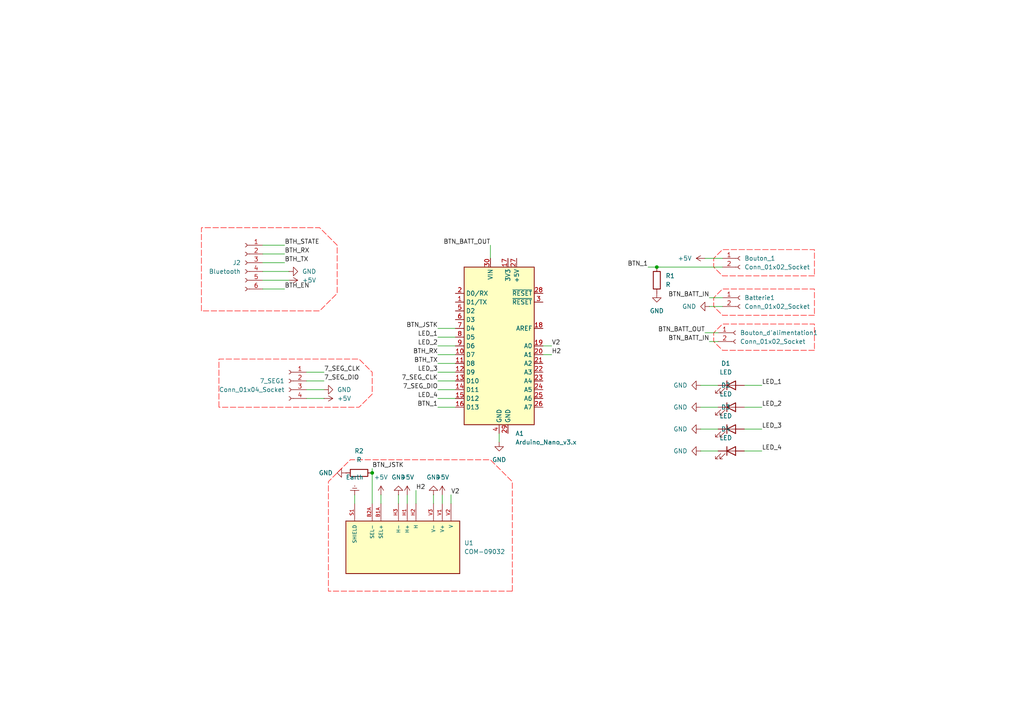
<source format=kicad_sch>
(kicad_sch (version 20250114) (generator "eeschema") (generator_version "9.0")
  (paper "A4")
  (lib_symbols
    (symbol "COM-09032:COM-09032" (pin_names (offset 1.016))
      (property "Reference" "U" (at -7.62 16.002 0))
      (property "Value" "COM-09032" (at -7.62 -20.32 0))
      (symbol "COM-09032_0_0"
        (rectangle (start -7.62 -17.78) (end 7.62 15.24) (stroke (width 0.254)) (fill (type background)))
        (pin passive line (at -12.7 12.7 0) (length 5.08) (name "V") (number "V2"))
        (pin passive line (at -12.7 10.16 0) (length 5.08) (name "V+") (number "V1"))
        (pin passive line (at -12.7 7.62 0) (length 5.08) (name "V-") (number "V3"))
        (pin passive line (at -12.7 2.54 0) (length 5.08) (name "H") (number "H2"))
        (pin passive line (at -12.7 0 0) (length 5.08) (name "H+") (number "H1"))
        (pin passive line (at -12.7 -2.54 0) (length 5.08) (name "H-") (number "H3"))
        (pin passive line (at -12.7 -7.62 0) (length 5.08) (name "SEL+") (number "B1A"))
        (pin passive line (at -12.7 -10.16 0) (length 5.08) (name "SEL-") (number "B2A"))
        (pin passive line (at -12.7 -15.24 0) (length 5.08) (name "SHIELD") (number "S1"))
        (pin passive line (at -12.7 -15.24 0) (length 5.08) (hide yes) (name "SHIELD") (number "S2"))
        (pin passive line (at -12.7 -15.24 0) (length 5.08) (hide yes) (name "SHIELD") (number "S3"))
        (pin passive line (at -12.7 -15.24 0) (length 5.08) (hide yes) (name "SHIELD") (number "S4"))
      )
    )
    (symbol "Connector:Conn_01x02_Socket" (pin_names (offset 1.016) (hide yes))
      (property "Reference" "J" (at 0 2.54 0))
      (property "Value" "Conn_01x02_Socket" (at 0 -5.08 0))
      (symbol "Conn_01x02_Socket_1_1"
        (polyline (pts (xy -1.27 0) (xy -0.508 0)) (stroke (width 0.1524)))
        (polyline (pts (xy -1.27 -2.54) (xy -0.508 -2.54)) (stroke (width 0.1524)))
        (arc (start 0 -0.508) (mid -0.5058 0) (end 0 0.508) (stroke (width 0.1524)))
        (arc (start 0 -3.048) (mid -0.5058 -2.54) (end 0 -2.032) (stroke (width 0.1524)))
        (pin passive line (at -5.08 0 0) (length 3.81) (name "Pin_1") (number "1"))
        (pin passive line (at -5.08 -2.54 0) (length 3.81) (name "Pin_2") (number "2"))
      )
    )
    (symbol "Connector:Conn_01x04_Socket" (pin_names (offset 1.016) (hide yes))
      (property "Reference" "J" (at 0 5.08 0))
      (property "Value" "Conn_01x04_Socket" (at 0 -7.62 0))
      (symbol "Conn_01x04_Socket_1_1"
        (polyline (pts (xy -1.27 2.54) (xy -0.508 2.54)) (stroke (width 0.1524)))
        (polyline (pts (xy -1.27 0) (xy -0.508 0)) (stroke (width 0.1524)))
        (polyline (pts (xy -1.27 -2.54) (xy -0.508 -2.54)) (stroke (width 0.1524)))
        (polyline (pts (xy -1.27 -5.08) (xy -0.508 -5.08)) (stroke (width 0.1524)))
        (arc (start 0 2.032) (mid -0.5058 2.54) (end 0 3.048) (stroke (width 0.1524)))
        (arc (start 0 -0.508) (mid -0.5058 0) (end 0 0.508) (stroke (width 0.1524)))
        (arc (start 0 -3.048) (mid -0.5058 -2.54) (end 0 -2.032) (stroke (width 0.1524)))
        (arc (start 0 -5.588) (mid -0.5058 -5.08) (end 0 -4.572) (stroke (width 0.1524)))
        (pin passive line (at -5.08 2.54 0) (length 3.81) (name "Pin_1") (number "1"))
        (pin passive line (at -5.08 0 0) (length 3.81) (name "Pin_2") (number "2"))
        (pin passive line (at -5.08 -2.54 0) (length 3.81) (name "Pin_3") (number "3"))
        (pin passive line (at -5.08 -5.08 0) (length 3.81) (name "Pin_4") (number "4"))
      )
    )
    (symbol "Connector:Conn_01x06_Socket" (pin_names (offset 1.016) (hide yes))
      (property "Reference" "J" (at 0 7.62 0))
      (property "Value" "Conn_01x06_Socket" (at 0 -10.16 0))
      (symbol "Conn_01x06_Socket_1_1"
        (polyline (pts (xy -1.27 5.08) (xy -0.508 5.08)) (stroke (width 0.1524)))
        (polyline (pts (xy -1.27 2.54) (xy -0.508 2.54)) (stroke (width 0.1524)))
        (polyline (pts (xy -1.27 0) (xy -0.508 0)) (stroke (width 0.1524)))
        (polyline (pts (xy -1.27 -2.54) (xy -0.508 -2.54)) (stroke (width 0.1524)))
        (polyline (pts (xy -1.27 -5.08) (xy -0.508 -5.08)) (stroke (width 0.1524)))
        (polyline (pts (xy -1.27 -7.62) (xy -0.508 -7.62)) (stroke (width 0.1524)))
        (arc (start 0 4.572) (mid -0.5058 5.08) (end 0 5.588) (stroke (width 0.1524)))
        (arc (start 0 2.032) (mid -0.5058 2.54) (end 0 3.048) (stroke (width 0.1524)))
        (arc (start 0 -0.508) (mid -0.5058 0) (end 0 0.508) (stroke (width 0.1524)))
        (arc (start 0 -3.048) (mid -0.5058 -2.54) (end 0 -2.032) (stroke (width 0.1524)))
        (arc (start 0 -5.588) (mid -0.5058 -5.08) (end 0 -4.572) (stroke (width 0.1524)))
        (arc (start 0 -8.128) (mid -0.5058 -7.62) (end 0 -7.112) (stroke (width 0.1524)))
        (pin passive line (at -5.08 5.08 0) (length 3.81) (name "Pin_1") (number "1"))
        (pin passive line (at -5.08 2.54 0) (length 3.81) (name "Pin_2") (number "2"))
        (pin passive line (at -5.08 0 0) (length 3.81) (name "Pin_3") (number "3"))
        (pin passive line (at -5.08 -2.54 0) (length 3.81) (name "Pin_4") (number "4"))
        (pin passive line (at -5.08 -5.08 0) (length 3.81) (name "Pin_5") (number "5"))
        (pin passive line (at -5.08 -7.62 0) (length 3.81) (name "Pin_6") (number "6"))
      )
    )
    (symbol "Device:LED" (pin_numbers (hide yes)) (pin_names (offset 1.016) (hide yes))
      (property "Reference" "D" (at 0 2.54 0))
      (property "Value" "LED" (at 0 -2.54 0))
      (symbol "LED_0_1"
        (polyline (pts (xy -3.048 -0.762) (xy -4.572 -2.286) (xy -3.81 -2.286) (xy -4.572 -2.286) (xy -4.572 -1.524)))
        (polyline (pts (xy -1.778 -0.762) (xy -3.302 -2.286) (xy -2.54 -2.286) (xy -3.302 -2.286) (xy -3.302 -1.524)))
        (polyline (pts (xy -1.27 0) (xy 1.27 0)))
        (polyline (pts (xy -1.27 -1.27) (xy -1.27 1.27)) (stroke (width 0.254)))
        (polyline (pts (xy 1.27 -1.27) (xy 1.27 1.27) (xy -1.27 0) (xy 1.27 -1.27)) (stroke (width 0.254)))
      )
      (symbol "LED_1_1"
        (pin passive line (at -3.81 0 0) (length 2.54) (name "K") (number "1"))
        (pin passive line (at 3.81 0 180) (length 2.54) (name "A") (number "2"))
      )
    )
    (symbol "Device:R" (pin_numbers (hide yes)) (pin_names (offset 0))
      (property "Reference" "R" (at 2.032 0 90))
      (property "Value" "R" (at 0 0 90))
      (symbol "R_0_1"
        (rectangle (start -1.016 -2.54) (end 1.016 2.54) (stroke (width 0.254)))
      )
      (symbol "R_1_1"
        (pin passive line (at 0 3.81 270) (length 1.27) (name "~") (number "1"))
        (pin passive line (at 0 -3.81 90) (length 1.27) (name "~") (number "2"))
      )
    )
    (symbol "LED_1" (pin_numbers (hide yes)) (pin_names (offset 1.016) (hide yes))
      (property "Reference" "D" (at 0 2.54 0))
      (property "Value" "LED" (at 0 -2.54 0))
      (symbol "LED_1_0_1"
        (polyline (pts (xy -3.048 -0.762) (xy -4.572 -2.286) (xy -3.81 -2.286) (xy -4.572 -2.286) (xy -4.572 -1.524)))
        (polyline (pts (xy -1.778 -0.762) (xy -3.302 -2.286) (xy -2.54 -2.286) (xy -3.302 -2.286) (xy -3.302 -1.524)))
        (polyline (pts (xy -1.27 0) (xy 1.27 0)))
        (polyline (pts (xy -1.27 -1.27) (xy -1.27 1.27)) (stroke (width 0.254)))
        (polyline (pts (xy 1.27 -1.27) (xy 1.27 1.27) (xy -1.27 0) (xy 1.27 -1.27)) (stroke (width 0.254)))
      )
      (symbol "LED_1_1_1"
        (pin passive line (at -3.81 0 0) (length 2.54) (name "K") (number "1"))
        (pin passive line (at 3.81 0 180) (length 2.54) (name "A") (number "2"))
      )
    )
    (symbol "MCU_Module:Arduino_Nano_v3.x"
      (property "Reference" "A" (at -10.16 23.495 0))
      (property "Value" "Arduino_Nano_v3.x" (at 5.08 -24.13 0))
      (symbol "Arduino_Nano_v3.x_0_1"
        (rectangle (start -10.16 22.86) (end 10.16 -22.86) (stroke (width 0.254)) (fill (type background)))
      )
      (symbol "Arduino_Nano_v3.x_1_1"
        (pin bidirectional line (at -12.7 15.24 0) (length 2.54) (name "D0/RX") (number "2"))
        (pin bidirectional line (at -12.7 12.7 0) (length 2.54) (name "D1/TX") (number "1"))
        (pin bidirectional line (at -12.7 10.16 0) (length 2.54) (name "D2") (number "5"))
        (pin bidirectional line (at -12.7 7.62 0) (length 2.54) (name "D3") (number "6"))
        (pin bidirectional line (at -12.7 5.08 0) (length 2.54) (name "D4") (number "7"))
        (pin bidirectional line (at -12.7 2.54 0) (length 2.54) (name "D5") (number "8"))
        (pin bidirectional line (at -12.7 0 0) (length 2.54) (name "D6") (number "9"))
        (pin bidirectional line (at -12.7 -2.54 0) (length 2.54) (name "D7") (number "10"))
        (pin bidirectional line (at -12.7 -5.08 0) (length 2.54) (name "D8") (number "11"))
        (pin bidirectional line (at -12.7 -7.62 0) (length 2.54) (name "D9") (number "12"))
        (pin bidirectional line (at -12.7 -10.16 0) (length 2.54) (name "D10") (number "13"))
        (pin bidirectional line (at -12.7 -12.7 0) (length 2.54) (name "D11") (number "14"))
        (pin bidirectional line (at -12.7 -15.24 0) (length 2.54) (name "D12") (number "15"))
        (pin bidirectional line (at -12.7 -17.78 0) (length 2.54) (name "D13") (number "16"))
        (pin power_in line (at -2.54 25.4 270) (length 2.54) (name "VIN") (number "30"))
        (pin power_in line (at 0 -25.4 90) (length 2.54) (name "GND") (number "4"))
        (pin power_out line (at 2.54 25.4 270) (length 2.54) (name "3V3") (number "17"))
        (pin power_in line (at 2.54 -25.4 90) (length 2.54) (name "GND") (number "29"))
        (pin power_out line (at 5.08 25.4 270) (length 2.54) (name "+5V") (number "27"))
        (pin input line (at 12.7 15.24 180) (length 2.54) (name "~{RESET}") (number "28"))
        (pin input line (at 12.7 12.7 180) (length 2.54) (name "~{RESET}") (number "3"))
        (pin input line (at 12.7 5.08 180) (length 2.54) (name "AREF") (number "18"))
        (pin bidirectional line (at 12.7 0 180) (length 2.54) (name "A0") (number "19"))
        (pin bidirectional line (at 12.7 -2.54 180) (length 2.54) (name "A1") (number "20"))
        (pin bidirectional line (at 12.7 -5.08 180) (length 2.54) (name "A2") (number "21"))
        (pin bidirectional line (at 12.7 -7.62 180) (length 2.54) (name "A3") (number "22"))
        (pin bidirectional line (at 12.7 -10.16 180) (length 2.54) (name "A4") (number "23"))
        (pin bidirectional line (at 12.7 -12.7 180) (length 2.54) (name "A5") (number "24"))
        (pin bidirectional line (at 12.7 -15.24 180) (length 2.54) (name "A6") (number "25"))
        (pin bidirectional line (at 12.7 -17.78 180) (length 2.54) (name "A7") (number "26"))
      )
    )
    (symbol "power:+5V" (power) (pin_numbers (hide yes)) (pin_names (offset 0) (hide yes))
      (property "Value" "+5V" (at 0 3.556 0))
      (symbol "+5V_0_1"
        (polyline (pts (xy -0.762 1.27) (xy 0 2.54)))
        (polyline (pts (xy 0 2.54) (xy 0.762 1.27)))
        (polyline (pts (xy 0 0) (xy 0 2.54)))
      )
      (symbol "+5V_1_1"
        (pin power_in line (at 0 0 90) (length 0) (name "~") (number "1"))
      )
    )
    (symbol "power:Earth" (power) (pin_numbers (hide yes)) (pin_names (offset 0) (hide yes))
      (property "Value" "Earth" (at 0 -3.81 0))
      (symbol "Earth_0_1"
        (polyline (pts (xy -0.635 -1.905) (xy 0.635 -1.905)))
        (polyline (pts (xy -0.127 -2.54) (xy 0.127 -2.54)))
        (polyline (pts (xy 0 -1.27) (xy 0 0)))
        (polyline (pts (xy 1.27 -1.27) (xy -1.27 -1.27)))
      )
      (symbol "Earth_1_1"
        (pin power_in line (at 0 0 270) (length 0) (name "~") (number "1"))
      )
    )
    (symbol "power:GND" (power) (pin_numbers (hide yes)) (pin_names (offset 0) (hide yes))
      (property "Value" "GND" (at 0 -3.81 0))
      (symbol "GND_0_1"
        (polyline (pts (xy 0 0) (xy 0 -1.27) (xy 1.27 -1.27) (xy 0 -2.54) (xy -1.27 -1.27) (xy 0 -1.27)))
      )
      (symbol "GND_1_1"
        (pin power_in line (at 0 0 270) (length 0) (name "~") (number "1"))
      )
    )
  )
  (junction (at 190.5 77.47))
  (junction (at 107.95 137.16))
  (wire (pts (xy 203.2 130.81) (xy 208.28 130.81)))
  (wire (pts (xy 215.9 118.11) (xy 220.98 118.11)))
  (wire (pts (xy 125.73 143.51) (xy 125.73 146.05)))
  (wire (pts (xy 107.95 135.89) (xy 107.95 137.16)))
  (wire (pts (xy 76.2 73.66) (xy 82.55 73.66)))
  (wire (pts (xy 88.9 113.03) (xy 93.98 113.03)))
  (wire (pts (xy 76.2 76.2) (xy 82.55 76.2)))
  (wire (pts (xy 127 102.87) (xy 132.08 102.87)))
  (wire (pts (xy 88.9 110.49) (xy 93.98 110.49)))
  (wire (pts (xy 127 115.57) (xy 132.08 115.57)))
  (wire (pts (xy 127 107.95) (xy 132.08 107.95)))
  (wire (pts (xy 88.9 107.95) (xy 93.98 107.95)))
  (wire (pts (xy 204.47 96.52) (xy 208.28 96.52)))
  (wire (pts (xy 190.5 77.47) (xy 209.55 77.47)))
  (wire (pts (xy 203.2 124.46) (xy 208.28 124.46)))
  (wire (pts (xy 127 95.25) (xy 132.08 95.25)))
  (wire (pts (xy 127 105.41) (xy 132.08 105.41)))
  (wire (pts (xy 128.27 143.51) (xy 128.27 146.05)))
  (wire (pts (xy 127 100.33) (xy 132.08 100.33)))
  (wire (pts (xy 144.78 125.73) (xy 144.78 128.27)))
  (wire (pts (xy 110.49 143.51) (xy 110.49 146.05)))
  (wire (pts (xy 102.87 143.51) (xy 102.87 146.05)))
  (wire (pts (xy 204.47 74.93) (xy 209.55 74.93)))
  (wire (pts (xy 118.11 143.51) (xy 118.11 146.05)))
  (wire (pts (xy 215.9 130.81) (xy 220.98 130.81)))
  (wire (pts (xy 127 113.03) (xy 132.08 113.03)))
  (wire (pts (xy 115.57 143.51) (xy 115.57 146.05)))
  (wire (pts (xy 127 118.11) (xy 132.08 118.11)))
  (wire (pts (xy 203.2 111.76) (xy 208.28 111.76)))
  (wire (pts (xy 76.2 83.82) (xy 82.55 83.82)))
  (wire (pts (xy 187.96 77.47) (xy 190.5 77.47)))
  (wire (pts (xy 107.95 137.16) (xy 107.95 146.05)))
  (wire (pts (xy 120.65 142.24) (xy 120.65 146.05)))
  (wire (pts (xy 130.81 143.51) (xy 130.81 146.05)))
  (wire (pts (xy 157.48 100.33) (xy 160.02 100.33)))
  (wire (pts (xy 215.9 111.76) (xy 220.98 111.76)))
  (wire (pts (xy 127 97.79) (xy 132.08 97.79)))
  (wire (pts (xy 157.48 102.87) (xy 160.02 102.87)))
  (wire (pts (xy 205.74 86.36) (xy 209.55 86.36)))
  (wire (pts (xy 88.9 115.57) (xy 93.98 115.57)))
  (wire (pts (xy 76.2 81.28) (xy 83.82 81.28)))
  (wire (pts (xy 127 110.49) (xy 132.08 110.49)))
  (wire (pts (xy 203.2 118.11) (xy 208.28 118.11)))
  (wire (pts (xy 205.74 99.06) (xy 208.28 99.06)))
  (wire (pts (xy 215.9 124.46) (xy 220.98 124.46)))
  (wire (pts (xy 205.74 88.9) (xy 209.55 88.9)))
  (wire (pts (xy 142.24 71.12) (xy 142.24 74.93)))
  (wire (pts (xy 76.2 78.74) (xy 83.82 78.74)))
  (wire (pts (xy 76.2 71.12) (xy 82.55 71.12)))
  (label "BTN_BATT_OUT" (at 204.47 96.52 180))
  (label "LED_4" (at 220.98 130.81 0))
  (label "BTN_BATT_OUT" (at 142.24 71.12 180))
  (label "LED_4" (at 127 115.57 180))
  (label "H2" (at 160.02 102.87 0))
  (label "7_SEG_CLK" (at 93.98 107.95 0))
  (label "H2" (at 120.65 142.24 0))
  (label "LED_2" (at 127 100.33 180))
  (label "7_SEG_DIO" (at 127 113.03 180))
  (label "BTH_TX" (at 82.55 76.2 0))
  (label "LED_3" (at 220.98 124.46 0))
  (label "BTH_EN" (at 82.55 83.82 0))
  (label "BTN_1" (at 127 118.11 180))
  (label "V2" (at 130.81 143.51 0))
  (label "V2" (at 160.02 100.33 0))
  (label "BTH_RX" (at 127 102.87 180))
  (label "BTN_BATT_IN" (at 205.74 86.36 180))
  (label "BTH_STATE" (at 82.55 71.12 0))
  (label "BTN_JSTK" (at 107.95 135.89 0))
  (label "LED_3" (at 127 107.95 180))
  (label "LED_2" (at 220.98 118.11 0))
  (label "7_SEG_DIO" (at 93.98 110.49 0))
  (label "LED_1" (at 220.98 111.76 0))
  (label "BTN_JSTK" (at 127 95.25 180))
  (label "BTN_1" (at 187.96 77.47 180))
  (label "BTH_RX" (at 82.55 73.66 0))
  (label "" (at 107.95 137.16 0))
  (label "BTH_TX" (at 127 105.41 180))
  (label "BTN_BATT_IN" (at 205.74 99.06 180))
  (label "LED_1" (at 127 97.79 180))
  (label "7_SEG_CLK" (at 127 110.49 180))
  (rule_area (polyline (pts (xy 236.22 101.6) (xy 209.55 101.6) (xy 207.01 99.06) (xy 207.01 96.52) (xy 209.55 93.98) (xy 236.22 93.98)) (stroke (width 0) (type dash))))
  (rule_area (polyline (pts (xy 236.22 91.44) (xy 209.55 91.44) (xy 207.01 88.9) (xy 207.01 86.36) (xy 209.55 83.82) (xy 236.22 83.82)) (stroke (width 0) (type dash))))
  (rule_area (polyline (pts (xy 148.59 171.45) (xy 95.25 171.45) (xy 95.25 139.7) (xy 101.6 133.35) (xy 142.24 133.35) (xy 148.59 139.7)) (stroke (width 0) (type dash))))
  (rule_area (polyline (pts (xy 58.42 90.17) (xy 58.42 66.04) (xy 92.71 66.04) (xy 97.79 71.12) (xy 97.79 85.09) (xy 92.71 90.17)) (stroke (width 0) (type dash))))
  (rule_area (polyline (pts (xy 63.5 118.11) (xy 63.5 104.14) (xy 104.14 104.14) (xy 107.95 107.95) (xy 107.95 114.3) (xy 104.14 118.11)) (stroke (width 0) (type dash))))
  (rule_area (polyline (pts (xy 236.22 80.01) (xy 209.55 80.01) (xy 207.01 77.47) (xy 207.01 74.93) (xy 209.55 72.39) (xy 236.22 72.39)) (stroke (width 0) (type dash))))
  (symbol (lib_name "LED_1") (lib_id "Device:LED") (at 212.09 111.76 0) (unit 1)
    (property "Reference" "D1" (at 210.5025 105.41 0))
    (property "Value" "LED" (at 210.5025 107.95 0))
    (property "Footprint" "LED_THT:LED_D5.0mm_Clear" (effects (hide yes)))
    (property "Description" "Light emitting diode" (effects (hide yes)))
    (property "Sim.Pins" "1=K 2=A" (effects (hide yes)))
  )
  (symbol (lib_id "MCU_Module:Arduino_Nano_v3.x") (at 144.78 100.33 0) (unit 1)
    (property "Reference" "A1" (at 149.4633 125.73 0) (effects (justify left)))
    (property "Value" "Arduino_Nano_v3.x" (at 149.4633 128.27 0) (effects (justify left)))
    (property "Footprint" "Module:Arduino_Nano" (effects (hide yes)))
    (property "Datasheet" "http://www.mouser.com/pdfdocs/Gravitech_Arduino_Nano3_0.pdf" (effects (hide yes)))
    (property "Description" "Arduino Nano v3.x" (effects (hide yes)))
  )
  (symbol (lib_id "Connector:Conn_01x06_Socket") (at 71.12 76.2 0) (mirror y) (unit 1)
    (property "Reference" "J2" (at 69.85 76.1999 0) (effects (justify left)))
    (property "Value" "Bluetooth" (at 69.85 78.7399 0) (effects (justify left)))
    (property "Footprint" "Connector_PinSocket_2.54mm:PinSocket_1x06_P2.54mm_Horizontal" (effects (hide yes)))
    (property "Description" "Generic connector, single row, 01x06, script generated" (effects (hide yes)))
  )
  (symbol (lib_id "power:GND") (at 203.2 124.46 270) (unit 1)
    (property "Reference" "#PWR016" (effects (hide yes)))
    (property "Value" "GND" (at 199.39 124.4599 90) (effects (justify right)))
    (property "Description" "Power symbol creates a global label with name \"GND\" , ground" (effects (hide yes)))
  )
  (symbol (lib_id "power:GND") (at 100.33 137.16 270) (unit 1)
    (property "Reference" "#PWR019" (effects (hide yes)))
    (property "Value" "GND" (at 96.52 137.1599 90) (effects (justify right)))
    (property "Description" "Power symbol creates a global label with name \"GND\" , ground" (effects (hide yes)))
  )
  (symbol (lib_id "power:+5V") (at 128.27 143.51 0) (unit 1)
    (property "Reference" "#PWR03" (effects (hide yes)))
    (property "Value" "+5V" (at 128.27 138.43 0))
    (property "Description" "Power symbol creates a global label with name \"+5V\"" (effects (hide yes)))
  )
  (symbol (lib_id "power:+5V") (at 93.98 115.57 270) (unit 1)
    (property "Reference" "#PWR09" (effects (hide yes)))
    (property "Value" "+5V" (at 97.79 115.5699 90) (effects (justify left)))
    (property "Description" "Power symbol creates a global label with name \"+5V\"" (effects (hide yes)))
  )
  (symbol (lib_id "Connector:Conn_01x02_Socket") (at 214.63 86.36 0) (unit 1)
    (property "Reference" "Batterie1" (at 215.9 86.3599 0) (effects (justify left)))
    (property "Value" "Conn_01x02_Socket" (at 215.9 88.8999 0) (effects (justify left)))
    (property "Footprint" "Connector_JST:JST_XH_B2B-XH-A_1x02_P2.50mm_Vertical" (effects (hide yes)))
    (property "Description" "Generic connector, single row, 01x02, script generated" (effects (hide yes)))
  )
  (symbol (lib_id "power:GND") (at 203.2 130.81 270) (unit 1)
    (property "Reference" "#PWR017" (effects (hide yes)))
    (property "Value" "GND" (at 199.39 130.8099 90) (effects (justify right)))
    (property "Description" "Power symbol creates a global label with name \"GND\" , ground" (effects (hide yes)))
  )
  (symbol (lib_id "Connector:Conn_01x04_Socket") (at 83.82 110.49 0) (mirror y) (unit 1)
    (property "Reference" "7_SEG1" (at 82.55 110.4899 0) (effects (justify left)))
    (property "Value" "Conn_01x04_Socket" (at 82.55 113.0299 0) (effects (justify left)))
    (property "Footprint" "Connector_PinSocket_2.54mm:PinSocket_1x04_P2.54mm_Vertical" (effects (hide yes)))
    (property "Description" "Generic connector, single row, 01x04, script generated" (effects (hide yes)))
  )
  (symbol (lib_id "Connector:Conn_01x02_Socket") (at 214.63 74.93 0) (unit 1)
    (property "Reference" "Bouton_1" (at 215.9 74.9299 0) (effects (justify left)))
    (property "Value" "Conn_01x02_Socket" (at 215.9 77.4699 0) (effects (justify left)))
    (property "Footprint" "Connector_JST:JST_XH_B2B-XH-A_1x02_P2.50mm_Vertical" (effects (hide yes)))
    (property "Description" "Generic connector, single row, 01x02, script generated" (effects (hide yes)))
  )
  (symbol (lib_id "power:+5V") (at 110.49 143.51 0) (unit 1)
    (property "Reference" "#PWR01" (effects (hide yes)))
    (property "Value" "+5V" (at 110.49 138.43 0))
    (property "Description" "Power symbol creates a global label with name \"+5V\"" (effects (hide yes)))
  )
  (symbol (lib_id "power:GND") (at 190.5 85.09 0) (unit 1)
    (property "Reference" "#PWR018" (effects (hide yes)))
    (property "Value" "GND" (at 190.5 90.17 0))
    (property "Description" "Power symbol creates a global label with name \"GND\" , ground" (effects (hide yes)))
  )
  (symbol (lib_id "power:Earth") (at 102.87 143.51 180) (unit 1)
    (property "Reference" "#PWR06" (effects (hide yes)))
    (property "Value" "Earth" (at 102.87 138.43 0))
    (property "Description" "Power symbol creates a global label with name \"Earth\"" (effects (hide yes)))
  )
  (symbol (lib_id "Connector:Conn_01x02_Socket") (at 213.36 96.52 0) (unit 1)
    (property "Reference" "Bouton_d'alimentation1" (at 214.63 96.5199 0) (effects (justify left)))
    (property "Value" "Conn_01x02_Socket" (at 214.63 99.0599 0) (effects (justify left)))
    (property "Footprint" "Connector_JST:JST_XH_B2B-XH-A_1x02_P2.50mm_Vertical" (effects (hide yes)))
    (property "Description" "Generic connector, single row, 01x02, script generated" (effects (hide yes)))
  )
  (symbol (lib_id "Device:R") (at 104.14 137.16 90) (unit 1)
    (property "Reference" "R2" (at 104.14 130.81 90))
    (property "Value" "R" (at 104.14 133.35 90))
    (property "Footprint" "Resistor_THT:R_Axial_DIN0207_L6.3mm_D2.5mm_P10.16mm_Horizontal" (effects (hide yes)))
    (property "Description" "Resistor" (effects (hide yes)))
  )
  (symbol (lib_id "power:GND") (at 83.82 78.74 90) (unit 1)
    (property "Reference" "#PWR07" (effects (hide yes)))
    (property "Value" "GND" (at 87.63 78.7399 90) (effects (justify right)))
    (property "Description" "Power symbol creates a global label with name \"GND\" , ground" (effects (hide yes)))
  )
  (symbol (lib_id "Device:LED") (at 212.09 118.11 0) (unit 1)
    (property "Reference" "D2" (at 210.5025 111.76 0))
    (property "Value" "LED" (at 210.5025 114.3 0))
    (property "Footprint" "LED_THT:LED_D5.0mm_Clear" (effects (hide yes)))
    (property "Description" "Light emitting diode" (effects (hide yes)))
    (property "Sim.Pins" "1=K 2=A" (effects (hide yes)))
  )
  (symbol (lib_id "power:GND") (at 205.74 88.9 270) (unit 1)
    (property "Reference" "#PWR011" (effects (hide yes)))
    (property "Value" "GND" (at 201.93 88.8999 90) (effects (justify right)))
    (property "Description" "Power symbol creates a global label with name \"GND\" , ground" (effects (hide yes)))
  )
  (symbol (lib_id "power:GND") (at 203.2 111.76 270) (unit 1)
    (property "Reference" "#PWR014" (effects (hide yes)))
    (property "Value" "GND" (at 199.39 111.7599 90) (effects (justify right)))
    (property "Description" "Power symbol creates a global label with name \"GND\" , ground" (effects (hide yes)))
  )
  (symbol (lib_id "power:+5V") (at 83.82 81.28 270) (unit 1)
    (property "Reference" "#PWR08" (effects (hide yes)))
    (property "Value" "+5V" (at 87.63 81.2799 90) (effects (justify left)))
    (property "Description" "Power symbol creates a global label with name \"+5V\"" (effects (hide yes)))
  )
  (symbol (lib_id "COM-09032:COM-09032") (at 118.11 158.75 270) (unit 1)
    (property "Reference" "U1" (at 134.62 157.4799 90) (effects (justify left)))
    (property "Value" "COM-09032" (at 134.62 160.0199 90) (effects (justify left)))
    (property "Footprint" "COM-09032:XDCR_COM-09032" (effects (hide yes)))
    (property "MF" "SparkFun Electronics" (effects (hide yes)))
    (property "MAXIMUM_PACKAGE_HEIGHT" "30.1mm" (effects (hide yes)))
    (property "Package" "Package" (effects (hide yes)))
    (property "Price" "None" (effects (hide yes)))
    (property "Check_prices" "https://www.snapeda.com/parts/COM-09032/SparkFun/view-part/?ref=eda" (effects (hide yes)))
    (property "STANDARD" "Manufacturer Recommendations" (effects (hide yes)))
    (property "PARTREV" "N/A" (effects (hide yes)))
    (property "SnapEDA_Link" "https://www.snapeda.com/parts/COM-09032/SparkFun/view-part/?ref=snap" (effects (hide yes)))
    (property "MP" "COM-09032" (effects (hide yes)))
    (property "Purchase-URL" "https://www.snapeda.com/api/url_track_click_mouser/?unipart_id=888157&manufacturer=SparkFun Electronics&part_name=COM-09032&search_term=com-09032" (effects (hide yes)))
    (property "Description_1" "Joystick, 2 - Axis Analog (Resistive) Output" (effects (hide yes)))
    (property "Availability" "Not in stock" (effects (hide yes)))
    (property "MANUFACTURER" "SparkFun Electronics" (effects (hide yes)))
  )
  (symbol (lib_id "power:GND") (at 93.98 113.03 90) (unit 1)
    (property "Reference" "#PWR010" (effects (hide yes)))
    (property "Value" "GND" (at 97.79 113.0299 90) (effects (justify right)))
    (property "Description" "Power symbol creates a global label with name \"GND\" , ground" (effects (hide yes)))
  )
  (symbol (lib_id "power:GND") (at 115.57 143.51 180) (unit 1)
    (property "Reference" "#PWR04" (effects (hide yes)))
    (property "Value" "GND" (at 115.57 138.43 0))
    (property "Description" "Power symbol creates a global label with name \"GND\" , ground" (effects (hide yes)))
  )
  (symbol (lib_id "power:GND") (at 125.73 143.51 180) (unit 1)
    (property "Reference" "#PWR02" (effects (hide yes)))
    (property "Value" "GND" (at 125.73 138.43 0))
    (property "Description" "Power symbol creates a global label with name \"GND\" , ground" (effects (hide yes)))
  )
  (symbol (lib_id "power:+5V") (at 204.47 74.93 90) (unit 1)
    (property "Reference" "#PWR013" (effects (hide yes)))
    (property "Value" "+5V" (at 200.66 74.9299 90) (effects (justify left)))
    (property "Description" "Power symbol creates a global label with name \"+5V\"" (effects (hide yes)))
  )
  (symbol (lib_id "Device:LED") (at 212.09 130.81 0) (unit 1)
    (property "Reference" "D4" (at 210.5025 124.46 0))
    (property "Value" "LED" (at 210.5025 127 0))
    (property "Footprint" "LED_THT:LED_D5.0mm_Clear" (effects (hide yes)))
    (property "Description" "Light emitting diode" (effects (hide yes)))
    (property "Sim.Pins" "1=K 2=A" (effects (hide yes)))
  )
  (symbol (lib_id "Device:R") (at 190.5 81.28 0) (unit 1)
    (property "Reference" "R1" (at 193.04 80.0099 0) (effects (justify left)))
    (property "Value" "R" (at 193.04 82.5499 0) (effects (justify left)))
    (property "Footprint" "Resistor_THT:R_Axial_DIN0207_L6.3mm_D2.5mm_P10.16mm_Horizontal" (effects (hide yes)))
    (property "Description" "Resistor" (effects (hide yes)))
  )
  (symbol (lib_id "Device:LED") (at 212.09 124.46 0) (unit 1)
    (property "Reference" "D3" (at 210.5025 118.11 0))
    (property "Value" "LED" (at 210.5025 120.65 0))
    (property "Footprint" "LED_THT:LED_D5.0mm_Clear" (effects (hide yes)))
    (property "Description" "Light emitting diode" (effects (hide yes)))
    (property "Sim.Pins" "1=K 2=A" (effects (hide yes)))
  )
  (symbol (lib_id "power:+5V") (at 118.11 143.51 0) (unit 1)
    (property "Reference" "#PWR05" (effects (hide yes)))
    (property "Value" "+5V" (at 118.11 138.43 0))
    (property "Description" "Power symbol creates a global label with name \"+5V\"" (effects (hide yes)))
  )
  (symbol (lib_id "power:GND") (at 144.78 128.27 0) (unit 1)
    (property "Reference" "#PWR012" (effects (hide yes)))
    (property "Value" "GND" (at 144.78 133.35 0))
    (property "Description" "Power symbol creates a global label with name \"GND\" , ground" (effects (hide yes)))
  )
  (symbol (lib_id "power:GND") (at 203.2 118.11 270) (unit 1)
    (property "Reference" "#PWR015" (effects (hide yes)))
    (property "Value" "GND" (at 199.39 118.1099 90) (effects (justify right)))
    (property "Description" "Power symbol creates a global label with name \"GND\" , ground" (effects (hide yes)))
  )
)
</source>
